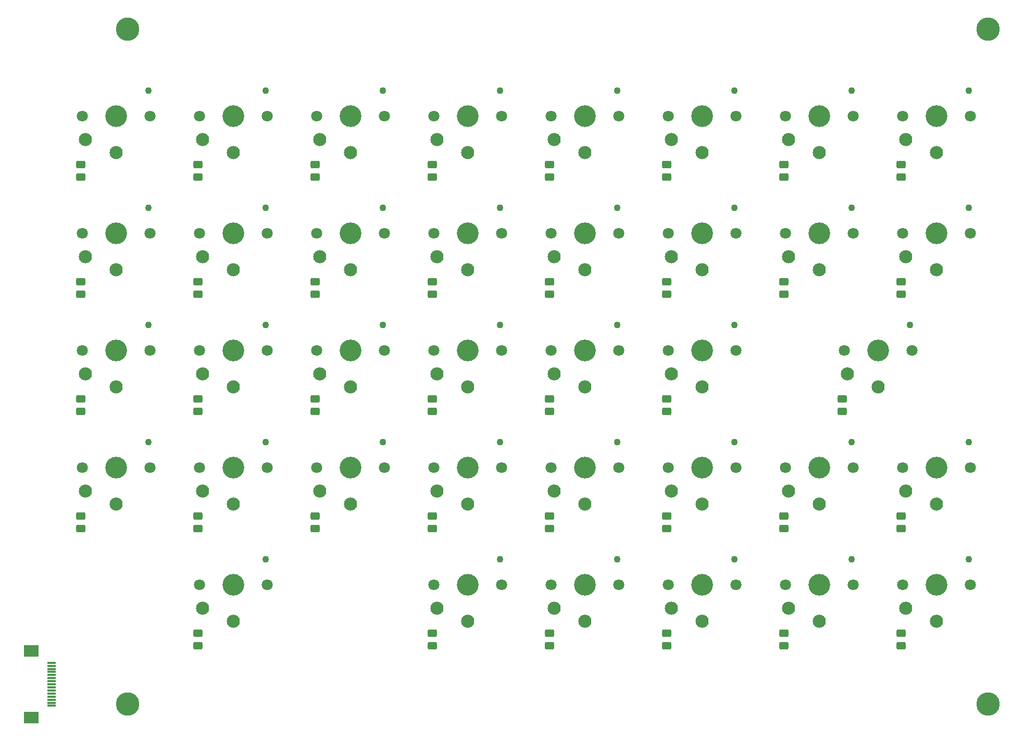
<source format=gbs>
%TF.GenerationSoftware,KiCad,Pcbnew,(6.0.10)*%
%TF.CreationDate,2023-02-02T17:49:13-08:00*%
%TF.ProjectId,netrazr_rev2-Right,6e657472-617a-4725-9f72-6576322d5269,2*%
%TF.SameCoordinates,Original*%
%TF.FileFunction,Soldermask,Bot*%
%TF.FilePolarity,Negative*%
%FSLAX46Y46*%
G04 Gerber Fmt 4.6, Leading zero omitted, Abs format (unit mm)*
G04 Created by KiCad (PCBNEW (6.0.10)) date 2023-02-02 17:49:13*
%MOMM*%
%LPD*%
G01*
G04 APERTURE LIST*
G04 Aperture macros list*
%AMRoundRect*
0 Rectangle with rounded corners*
0 $1 Rounding radius*
0 $2 $3 $4 $5 $6 $7 $8 $9 X,Y pos of 4 corners*
0 Add a 4 corners polygon primitive as box body*
4,1,4,$2,$3,$4,$5,$6,$7,$8,$9,$2,$3,0*
0 Add four circle primitives for the rounded corners*
1,1,$1+$1,$2,$3*
1,1,$1+$1,$4,$5*
1,1,$1+$1,$6,$7*
1,1,$1+$1,$8,$9*
0 Add four rect primitives between the rounded corners*
20,1,$1+$1,$2,$3,$4,$5,0*
20,1,$1+$1,$4,$5,$6,$7,0*
20,1,$1+$1,$6,$7,$8,$9,0*
20,1,$1+$1,$8,$9,$2,$3,0*%
G04 Aperture macros list end*
%ADD10C,3.531000*%
%ADD11C,1.803800*%
%ADD12C,1.092600*%
%ADD13C,2.134000*%
%ADD14C,3.802000*%
%ADD15RoundRect,0.301000X0.450000X-0.325000X0.450000X0.325000X-0.450000X0.325000X-0.450000X-0.325000X0*%
%ADD16RoundRect,0.051000X0.650000X-0.150000X0.650000X0.150000X-0.650000X0.150000X-0.650000X-0.150000X0*%
%ADD17RoundRect,0.051000X1.100000X-0.900000X1.100000X0.900000X-1.100000X0.900000X-1.100000X-0.900000X0*%
G04 APERTURE END LIST*
D10*
X291365000Y-154650000D03*
D11*
X296865000Y-154650000D03*
X285865000Y-154650000D03*
D12*
X296585000Y-150450000D03*
D13*
X291365000Y-160550000D03*
X286365000Y-158450000D03*
D12*
X239435000Y-131400000D03*
D10*
X234215000Y-135600000D03*
D11*
X239715000Y-135600000D03*
X228715000Y-135600000D03*
D13*
X234215000Y-141500000D03*
X229215000Y-139400000D03*
D11*
X362065000Y-97500000D03*
D10*
X367565000Y-97500000D03*
D12*
X372785000Y-93300000D03*
D11*
X373065000Y-97500000D03*
D13*
X367565000Y-103400000D03*
X362565000Y-101300000D03*
D10*
X329465000Y-154650000D03*
D11*
X323965000Y-154650000D03*
D12*
X334685000Y-150450000D03*
D11*
X334965000Y-154650000D03*
D13*
X329465000Y-160550000D03*
X324465000Y-158450000D03*
D10*
X253265000Y-116550000D03*
D11*
X258765000Y-116550000D03*
D12*
X258485000Y-112350000D03*
D11*
X247765000Y-116550000D03*
D13*
X253265000Y-122450000D03*
X248265000Y-120350000D03*
D12*
X315635000Y-74250000D03*
D11*
X304915000Y-78450000D03*
X315915000Y-78450000D03*
D10*
X310415000Y-78450000D03*
D13*
X310415000Y-84350000D03*
X305415000Y-82250000D03*
D14*
X375920000Y-64262000D03*
D10*
X234215000Y-97500000D03*
D11*
X239715000Y-97500000D03*
D12*
X239435000Y-93300000D03*
D11*
X228715000Y-97500000D03*
D13*
X234215000Y-103400000D03*
X229215000Y-101300000D03*
D11*
X323965000Y-135600000D03*
X334965000Y-135600000D03*
D10*
X329465000Y-135600000D03*
D12*
X334685000Y-131400000D03*
D13*
X329465000Y-141500000D03*
X324465000Y-139400000D03*
D11*
X354015000Y-135600000D03*
D12*
X353735000Y-131400000D03*
D10*
X348515000Y-135600000D03*
D11*
X343015000Y-135600000D03*
D13*
X348515000Y-141500000D03*
X343515000Y-139400000D03*
D11*
X266815000Y-135600000D03*
D10*
X272315000Y-135600000D03*
D11*
X277815000Y-135600000D03*
D12*
X277535000Y-131400000D03*
D13*
X272315000Y-141500000D03*
X267315000Y-139400000D03*
D11*
X315915000Y-97500000D03*
D12*
X315635000Y-93300000D03*
D11*
X304915000Y-97500000D03*
D10*
X310415000Y-97500000D03*
D13*
X310415000Y-103400000D03*
X305415000Y-101300000D03*
D11*
X315915000Y-116550000D03*
D12*
X315635000Y-112350000D03*
D10*
X310415000Y-116550000D03*
D11*
X304915000Y-116550000D03*
D13*
X310415000Y-122450000D03*
X305415000Y-120350000D03*
D10*
X291365000Y-97500000D03*
D11*
X285865000Y-97500000D03*
X296865000Y-97500000D03*
D12*
X296585000Y-93300000D03*
D13*
X291365000Y-103400000D03*
X286365000Y-101300000D03*
D12*
X296585000Y-131400000D03*
D11*
X285865000Y-135600000D03*
D10*
X291365000Y-135600000D03*
D11*
X296865000Y-135600000D03*
D13*
X291365000Y-141500000D03*
X286365000Y-139400000D03*
D11*
X247765000Y-97500000D03*
X258765000Y-97500000D03*
D12*
X258485000Y-93300000D03*
D10*
X253265000Y-97500000D03*
D13*
X253265000Y-103400000D03*
X248265000Y-101300000D03*
D12*
X258485000Y-150450000D03*
D10*
X253265000Y-154650000D03*
D11*
X247765000Y-154650000D03*
X258765000Y-154650000D03*
D13*
X253265000Y-160550000D03*
X248265000Y-158450000D03*
D11*
X354015000Y-78450000D03*
D12*
X353735000Y-74250000D03*
D11*
X343015000Y-78450000D03*
D10*
X348515000Y-78450000D03*
D13*
X348515000Y-84350000D03*
X343515000Y-82250000D03*
D14*
X375920000Y-173990000D03*
D11*
X323965000Y-97500000D03*
D10*
X329465000Y-97500000D03*
D12*
X334685000Y-93300000D03*
D11*
X334965000Y-97500000D03*
D13*
X329465000Y-103400000D03*
X324465000Y-101300000D03*
D11*
X334965000Y-116550000D03*
D10*
X329465000Y-116550000D03*
D12*
X334685000Y-112350000D03*
D11*
X323965000Y-116550000D03*
D13*
X329465000Y-122450000D03*
X324465000Y-120350000D03*
D11*
X277815000Y-116550000D03*
D12*
X277535000Y-112350000D03*
D11*
X266815000Y-116550000D03*
D10*
X272315000Y-116550000D03*
D13*
X272315000Y-122450000D03*
X267315000Y-120350000D03*
D12*
X239435000Y-112350000D03*
D11*
X239715000Y-116550000D03*
D10*
X234215000Y-116550000D03*
D11*
X228715000Y-116550000D03*
D13*
X234215000Y-122450000D03*
X229215000Y-120350000D03*
D11*
X266815000Y-78450000D03*
X277815000Y-78450000D03*
D12*
X277535000Y-74250000D03*
D10*
X272315000Y-78450000D03*
D13*
X272315000Y-84350000D03*
X267315000Y-82250000D03*
D11*
X266815000Y-97500000D03*
X277815000Y-97500000D03*
D12*
X277535000Y-93300000D03*
D10*
X272315000Y-97500000D03*
D13*
X272315000Y-103400000D03*
X267315000Y-101300000D03*
D11*
X343015000Y-97500000D03*
X354015000Y-97500000D03*
D10*
X348515000Y-97500000D03*
D12*
X353735000Y-93300000D03*
D13*
X348515000Y-103400000D03*
X343515000Y-101300000D03*
D10*
X367565000Y-135600000D03*
D12*
X372785000Y-131400000D03*
D11*
X362065000Y-135600000D03*
X373065000Y-135600000D03*
D13*
X367565000Y-141500000D03*
X362565000Y-139400000D03*
D12*
X296585000Y-112350000D03*
D11*
X296865000Y-116550000D03*
D10*
X291365000Y-116550000D03*
D11*
X285865000Y-116550000D03*
D13*
X291365000Y-122450000D03*
X286365000Y-120350000D03*
D11*
X296865000Y-78450000D03*
D10*
X291365000Y-78450000D03*
D12*
X296585000Y-74250000D03*
D11*
X285865000Y-78450000D03*
D13*
X291365000Y-84350000D03*
X286365000Y-82250000D03*
D10*
X367565000Y-154650000D03*
D12*
X372785000Y-150450000D03*
D11*
X362065000Y-154650000D03*
X373065000Y-154650000D03*
D13*
X367565000Y-160550000D03*
X362565000Y-158450000D03*
D10*
X310415000Y-135600000D03*
D12*
X315635000Y-131400000D03*
D11*
X304915000Y-135600000D03*
X315915000Y-135600000D03*
D13*
X310415000Y-141500000D03*
X305415000Y-139400000D03*
D14*
X236093000Y-64262000D03*
D11*
X362065000Y-78450000D03*
D12*
X372785000Y-74250000D03*
D11*
X373065000Y-78450000D03*
D10*
X367565000Y-78450000D03*
D13*
X367565000Y-84350000D03*
X362565000Y-82250000D03*
D11*
X239715000Y-78450000D03*
X228715000Y-78450000D03*
D12*
X239435000Y-74250000D03*
D10*
X234215000Y-78450000D03*
D13*
X234215000Y-84350000D03*
X229215000Y-82250000D03*
D11*
X247765000Y-135600000D03*
D10*
X253265000Y-135600000D03*
D12*
X258485000Y-131400000D03*
D11*
X258765000Y-135600000D03*
D13*
X253265000Y-141500000D03*
X248265000Y-139400000D03*
D11*
X323965000Y-78450000D03*
X334965000Y-78450000D03*
D12*
X334685000Y-74250000D03*
D10*
X329465000Y-78450000D03*
D13*
X329465000Y-84350000D03*
X324465000Y-82250000D03*
D12*
X363260000Y-112350000D03*
D11*
X352540000Y-116550000D03*
D10*
X358040000Y-116550000D03*
D11*
X363540000Y-116550000D03*
D13*
X358040000Y-122450000D03*
X353040000Y-120350000D03*
D14*
X236093000Y-173990000D03*
D12*
X258485000Y-74250000D03*
D11*
X258765000Y-78450000D03*
X247765000Y-78450000D03*
D10*
X253265000Y-78450000D03*
D13*
X253265000Y-84350000D03*
X248265000Y-82250000D03*
D11*
X304915000Y-154650000D03*
D10*
X310415000Y-154650000D03*
D11*
X315915000Y-154650000D03*
D12*
X315635000Y-150450000D03*
D13*
X310415000Y-160550000D03*
X305415000Y-158450000D03*
D11*
X343015000Y-154650000D03*
D12*
X353735000Y-150450000D03*
D10*
X348515000Y-154650000D03*
D11*
X354015000Y-154650000D03*
D13*
X348515000Y-160550000D03*
X343515000Y-158450000D03*
D15*
X304615000Y-88365000D03*
X304615000Y-86315000D03*
X266515000Y-88365000D03*
X266515000Y-86315000D03*
X361765000Y-164565000D03*
X361765000Y-162515000D03*
X247465000Y-164565000D03*
X247465000Y-162515000D03*
X323665000Y-126465000D03*
X323665000Y-124415000D03*
X228415000Y-88365000D03*
X228415000Y-86315000D03*
X361765000Y-107415000D03*
X361765000Y-105365000D03*
X285565000Y-126465000D03*
X285565000Y-124415000D03*
X266515000Y-126465000D03*
X266515000Y-124415000D03*
X361765000Y-88365000D03*
X361765000Y-86315000D03*
X323665000Y-88365000D03*
X323665000Y-86315000D03*
X228415000Y-107415000D03*
X228415000Y-105365000D03*
X304615000Y-145515000D03*
X304615000Y-143465000D03*
X266515000Y-145515000D03*
X266515000Y-143465000D03*
X247465000Y-145515000D03*
X247465000Y-143465000D03*
X228415000Y-145515000D03*
X228415000Y-143465000D03*
X247465000Y-107415000D03*
X247465000Y-105365000D03*
X323665000Y-164565000D03*
X323665000Y-162515000D03*
X285565000Y-164565000D03*
X285565000Y-162515000D03*
X342715000Y-145515000D03*
X342715000Y-143465000D03*
X352240000Y-126465000D03*
X352240000Y-124415000D03*
X323665000Y-145515000D03*
X323665000Y-143465000D03*
X342715000Y-88365000D03*
X342715000Y-86315000D03*
X304615000Y-126465000D03*
X304615000Y-124415000D03*
X304615000Y-164565000D03*
X304615000Y-162515000D03*
X266515000Y-107415000D03*
X266515000Y-105365000D03*
X247465000Y-126465000D03*
X247465000Y-124415000D03*
X285565000Y-145515000D03*
X285565000Y-143465000D03*
D16*
X223680000Y-174300000D03*
X223680000Y-173800000D03*
X223680000Y-173300000D03*
X223680000Y-172800000D03*
X223680000Y-172300000D03*
X223680000Y-171800000D03*
X223680000Y-171300000D03*
X223680000Y-170800000D03*
X223680000Y-170300000D03*
X223680000Y-169800000D03*
X223680000Y-169300000D03*
X223680000Y-168800000D03*
X223680000Y-168300000D03*
X223680000Y-167800000D03*
X223680000Y-167300000D03*
D17*
X220430000Y-165400000D03*
X220430000Y-176200000D03*
D15*
X342715000Y-107415000D03*
X342715000Y-105365000D03*
X304615000Y-107415000D03*
X304615000Y-105365000D03*
X323665000Y-107415000D03*
X323665000Y-105365000D03*
X228415000Y-126465000D03*
X228415000Y-124415000D03*
X285565000Y-88365000D03*
X285565000Y-86315000D03*
X285565000Y-107415000D03*
X285565000Y-105365000D03*
X247465000Y-88365000D03*
X247465000Y-86315000D03*
X361765000Y-145515000D03*
X361765000Y-143465000D03*
X342715000Y-164565000D03*
X342715000Y-162515000D03*
M02*

</source>
